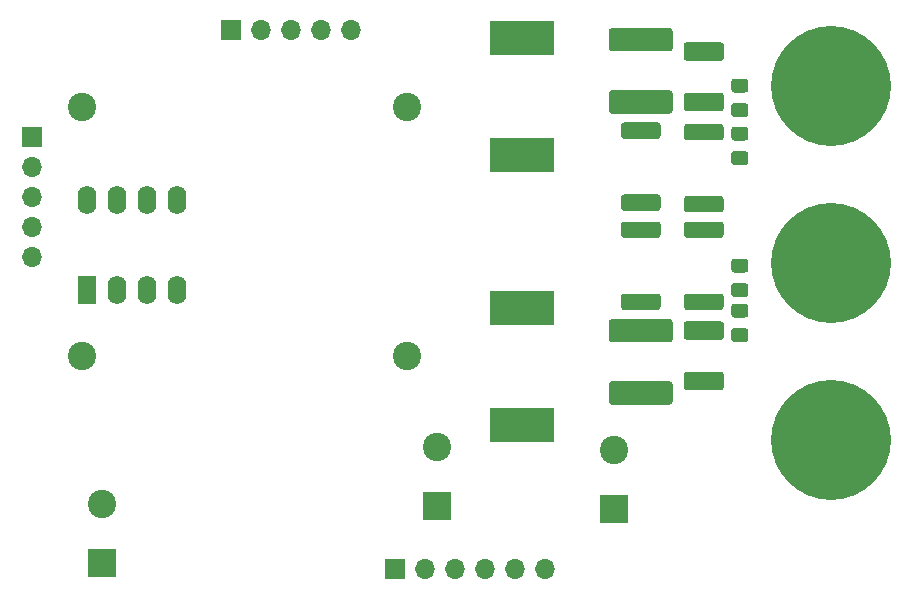
<source format=gbr>
%TF.GenerationSoftware,KiCad,Pcbnew,(5.1.9)-1*%
%TF.CreationDate,2021-11-06T22:46:36-05:00*%
%TF.ProjectId,Discrete_Channel,44697363-7265-4746-955f-4368616e6e65,rev?*%
%TF.SameCoordinates,Original*%
%TF.FileFunction,Soldermask,Bot*%
%TF.FilePolarity,Negative*%
%FSLAX46Y46*%
G04 Gerber Fmt 4.6, Leading zero omitted, Abs format (unit mm)*
G04 Created by KiCad (PCBNEW (5.1.9)-1) date 2021-11-06 22:46:36*
%MOMM*%
%LPD*%
G01*
G04 APERTURE LIST*
%ADD10R,2.400000X2.400000*%
%ADD11C,2.400000*%
%ADD12R,1.700000X1.700000*%
%ADD13O,1.700000X1.700000*%
%ADD14R,5.400000X2.900000*%
%ADD15R,1.600000X2.400000*%
%ADD16O,1.600000X2.400000*%
%ADD17C,10.160000*%
G04 APERTURE END LIST*
D10*
%TO.C,C1*%
X158496000Y-121666000D03*
D11*
X158496000Y-116666000D03*
%TD*%
%TO.C,C2*%
X173482000Y-116920000D03*
D10*
X173482000Y-121920000D03*
%TD*%
%TO.C,C17*%
X130175000Y-126492000D03*
D11*
X130175000Y-121492000D03*
%TD*%
%TO.C,C32*%
G36*
G01*
X183675000Y-85497000D02*
X184625000Y-85497000D01*
G75*
G02*
X184875000Y-85747000I0J-250000D01*
G01*
X184875000Y-86422000D01*
G75*
G02*
X184625000Y-86672000I-250000J0D01*
G01*
X183675000Y-86672000D01*
G75*
G02*
X183425000Y-86422000I0J250000D01*
G01*
X183425000Y-85747000D01*
G75*
G02*
X183675000Y-85497000I250000J0D01*
G01*
G37*
G36*
G01*
X183675000Y-87572000D02*
X184625000Y-87572000D01*
G75*
G02*
X184875000Y-87822000I0J-250000D01*
G01*
X184875000Y-88497000D01*
G75*
G02*
X184625000Y-88747000I-250000J0D01*
G01*
X183675000Y-88747000D01*
G75*
G02*
X183425000Y-88497000I0J250000D01*
G01*
X183425000Y-87822000D01*
G75*
G02*
X183675000Y-87572000I250000J0D01*
G01*
G37*
%TD*%
%TO.C,C33*%
G36*
G01*
X183675000Y-89561000D02*
X184625000Y-89561000D01*
G75*
G02*
X184875000Y-89811000I0J-250000D01*
G01*
X184875000Y-90486000D01*
G75*
G02*
X184625000Y-90736000I-250000J0D01*
G01*
X183675000Y-90736000D01*
G75*
G02*
X183425000Y-90486000I0J250000D01*
G01*
X183425000Y-89811000D01*
G75*
G02*
X183675000Y-89561000I250000J0D01*
G01*
G37*
G36*
G01*
X183675000Y-91636000D02*
X184625000Y-91636000D01*
G75*
G02*
X184875000Y-91886000I0J-250000D01*
G01*
X184875000Y-92561000D01*
G75*
G02*
X184625000Y-92811000I-250000J0D01*
G01*
X183675000Y-92811000D01*
G75*
G02*
X183425000Y-92561000I0J250000D01*
G01*
X183425000Y-91886000D01*
G75*
G02*
X183675000Y-91636000I250000J0D01*
G01*
G37*
%TD*%
%TO.C,C34*%
G36*
G01*
X183675000Y-102812000D02*
X184625000Y-102812000D01*
G75*
G02*
X184875000Y-103062000I0J-250000D01*
G01*
X184875000Y-103737000D01*
G75*
G02*
X184625000Y-103987000I-250000J0D01*
G01*
X183675000Y-103987000D01*
G75*
G02*
X183425000Y-103737000I0J250000D01*
G01*
X183425000Y-103062000D01*
G75*
G02*
X183675000Y-102812000I250000J0D01*
G01*
G37*
G36*
G01*
X183675000Y-100737000D02*
X184625000Y-100737000D01*
G75*
G02*
X184875000Y-100987000I0J-250000D01*
G01*
X184875000Y-101662000D01*
G75*
G02*
X184625000Y-101912000I-250000J0D01*
G01*
X183675000Y-101912000D01*
G75*
G02*
X183425000Y-101662000I0J250000D01*
G01*
X183425000Y-100987000D01*
G75*
G02*
X183675000Y-100737000I250000J0D01*
G01*
G37*
%TD*%
%TO.C,C35*%
G36*
G01*
X183675000Y-104547000D02*
X184625000Y-104547000D01*
G75*
G02*
X184875000Y-104797000I0J-250000D01*
G01*
X184875000Y-105472000D01*
G75*
G02*
X184625000Y-105722000I-250000J0D01*
G01*
X183675000Y-105722000D01*
G75*
G02*
X183425000Y-105472000I0J250000D01*
G01*
X183425000Y-104797000D01*
G75*
G02*
X183675000Y-104547000I250000J0D01*
G01*
G37*
G36*
G01*
X183675000Y-106622000D02*
X184625000Y-106622000D01*
G75*
G02*
X184875000Y-106872000I0J-250000D01*
G01*
X184875000Y-107547000D01*
G75*
G02*
X184625000Y-107797000I-250000J0D01*
G01*
X183675000Y-107797000D01*
G75*
G02*
X183425000Y-107547000I0J250000D01*
G01*
X183425000Y-106872000D01*
G75*
G02*
X183675000Y-106622000I250000J0D01*
G01*
G37*
%TD*%
%TO.C,C38*%
G36*
G01*
X179651999Y-82419000D02*
X182552001Y-82419000D01*
G75*
G02*
X182802000Y-82668999I0J-249999D01*
G01*
X182802000Y-83744001D01*
G75*
G02*
X182552001Y-83994000I-249999J0D01*
G01*
X179651999Y-83994000D01*
G75*
G02*
X179402000Y-83744001I0J249999D01*
G01*
X179402000Y-82668999D01*
G75*
G02*
X179651999Y-82419000I249999J0D01*
G01*
G37*
G36*
G01*
X179651999Y-86694000D02*
X182552001Y-86694000D01*
G75*
G02*
X182802000Y-86943999I0J-249999D01*
G01*
X182802000Y-88019001D01*
G75*
G02*
X182552001Y-88269000I-249999J0D01*
G01*
X179651999Y-88269000D01*
G75*
G02*
X179402000Y-88019001I0J249999D01*
G01*
X179402000Y-86943999D01*
G75*
G02*
X179651999Y-86694000I249999J0D01*
G01*
G37*
%TD*%
%TO.C,C39*%
G36*
G01*
X179651999Y-110316000D02*
X182552001Y-110316000D01*
G75*
G02*
X182802000Y-110565999I0J-249999D01*
G01*
X182802000Y-111641001D01*
G75*
G02*
X182552001Y-111891000I-249999J0D01*
G01*
X179651999Y-111891000D01*
G75*
G02*
X179402000Y-111641001I0J249999D01*
G01*
X179402000Y-110565999D01*
G75*
G02*
X179651999Y-110316000I249999J0D01*
G01*
G37*
G36*
G01*
X179651999Y-106041000D02*
X182552001Y-106041000D01*
G75*
G02*
X182802000Y-106290999I0J-249999D01*
G01*
X182802000Y-107366001D01*
G75*
G02*
X182552001Y-107616000I-249999J0D01*
G01*
X179651999Y-107616000D01*
G75*
G02*
X179402000Y-107366001I0J249999D01*
G01*
X179402000Y-106290999D01*
G75*
G02*
X179651999Y-106041000I249999J0D01*
G01*
G37*
%TD*%
D12*
%TO.C,J1*%
X141097000Y-81407000D03*
D13*
X143637000Y-81407000D03*
X146177000Y-81407000D03*
X148717000Y-81407000D03*
X151257000Y-81407000D03*
%TD*%
%TO.C,J3*%
X124206000Y-100584000D03*
X124206000Y-98044000D03*
X124206000Y-95504000D03*
X124206000Y-92964000D03*
D12*
X124206000Y-90424000D03*
%TD*%
D14*
%TO.C,L3*%
X165735000Y-82045000D03*
X165735000Y-91945000D03*
%TD*%
%TO.C,L5*%
X165735000Y-114805000D03*
X165735000Y-104905000D03*
%TD*%
D12*
%TO.C,J2*%
X154940000Y-127000000D03*
D13*
X157480000Y-127000000D03*
X160020000Y-127000000D03*
X162560000Y-127000000D03*
X165100000Y-127000000D03*
X167640000Y-127000000D03*
%TD*%
D11*
%TO.C,C20*%
X155956000Y-108966000D03*
X128456000Y-108966000D03*
%TD*%
%TO.C,C21*%
X128456000Y-87884000D03*
X155956000Y-87884000D03*
%TD*%
%TO.C,C36*%
G36*
G01*
X173317998Y-81211000D02*
X178218002Y-81211000D01*
G75*
G02*
X178468000Y-81460998I0J-249998D01*
G01*
X178468000Y-82936002D01*
G75*
G02*
X178218002Y-83186000I-249998J0D01*
G01*
X173317998Y-83186000D01*
G75*
G02*
X173068000Y-82936002I0J249998D01*
G01*
X173068000Y-81460998D01*
G75*
G02*
X173317998Y-81211000I249998J0D01*
G01*
G37*
G36*
G01*
X173317998Y-86486000D02*
X178218002Y-86486000D01*
G75*
G02*
X178468000Y-86735998I0J-249998D01*
G01*
X178468000Y-88211002D01*
G75*
G02*
X178218002Y-88461000I-249998J0D01*
G01*
X173317998Y-88461000D01*
G75*
G02*
X173068000Y-88211002I0J249998D01*
G01*
X173068000Y-86735998D01*
G75*
G02*
X173317998Y-86486000I249998J0D01*
G01*
G37*
%TD*%
%TO.C,C37*%
G36*
G01*
X173317998Y-111124000D02*
X178218002Y-111124000D01*
G75*
G02*
X178468000Y-111373998I0J-249998D01*
G01*
X178468000Y-112849002D01*
G75*
G02*
X178218002Y-113099000I-249998J0D01*
G01*
X173317998Y-113099000D01*
G75*
G02*
X173068000Y-112849002I0J249998D01*
G01*
X173068000Y-111373998D01*
G75*
G02*
X173317998Y-111124000I249998J0D01*
G01*
G37*
G36*
G01*
X173317998Y-105849000D02*
X178218002Y-105849000D01*
G75*
G02*
X178468000Y-106098998I0J-249998D01*
G01*
X178468000Y-107574002D01*
G75*
G02*
X178218002Y-107824000I-249998J0D01*
G01*
X173317998Y-107824000D01*
G75*
G02*
X173068000Y-107574002I0J249998D01*
G01*
X173068000Y-106098998D01*
G75*
G02*
X173317998Y-105849000I249998J0D01*
G01*
G37*
%TD*%
%TO.C,R13*%
G36*
G01*
X174342999Y-95298000D02*
X177193001Y-95298000D01*
G75*
G02*
X177443000Y-95547999I0J-249999D01*
G01*
X177443000Y-96448001D01*
G75*
G02*
X177193001Y-96698000I-249999J0D01*
G01*
X174342999Y-96698000D01*
G75*
G02*
X174093000Y-96448001I0J249999D01*
G01*
X174093000Y-95547999D01*
G75*
G02*
X174342999Y-95298000I249999J0D01*
G01*
G37*
G36*
G01*
X174342999Y-89198000D02*
X177193001Y-89198000D01*
G75*
G02*
X177443000Y-89447999I0J-249999D01*
G01*
X177443000Y-90348001D01*
G75*
G02*
X177193001Y-90598000I-249999J0D01*
G01*
X174342999Y-90598000D01*
G75*
G02*
X174093000Y-90348001I0J249999D01*
G01*
X174093000Y-89447999D01*
G75*
G02*
X174342999Y-89198000I249999J0D01*
G01*
G37*
%TD*%
%TO.C,R14*%
G36*
G01*
X174342999Y-97596000D02*
X177193001Y-97596000D01*
G75*
G02*
X177443000Y-97845999I0J-249999D01*
G01*
X177443000Y-98746001D01*
G75*
G02*
X177193001Y-98996000I-249999J0D01*
G01*
X174342999Y-98996000D01*
G75*
G02*
X174093000Y-98746001I0J249999D01*
G01*
X174093000Y-97845999D01*
G75*
G02*
X174342999Y-97596000I249999J0D01*
G01*
G37*
G36*
G01*
X174342999Y-103696000D02*
X177193001Y-103696000D01*
G75*
G02*
X177443000Y-103945999I0J-249999D01*
G01*
X177443000Y-104846001D01*
G75*
G02*
X177193001Y-105096000I-249999J0D01*
G01*
X174342999Y-105096000D01*
G75*
G02*
X174093000Y-104846001I0J249999D01*
G01*
X174093000Y-103945999D01*
G75*
G02*
X174342999Y-103696000I249999J0D01*
G01*
G37*
%TD*%
%TO.C,R15*%
G36*
G01*
X182527001Y-96825000D02*
X179676999Y-96825000D01*
G75*
G02*
X179427000Y-96575001I0J249999D01*
G01*
X179427000Y-95674999D01*
G75*
G02*
X179676999Y-95425000I249999J0D01*
G01*
X182527001Y-95425000D01*
G75*
G02*
X182777000Y-95674999I0J-249999D01*
G01*
X182777000Y-96575001D01*
G75*
G02*
X182527001Y-96825000I-249999J0D01*
G01*
G37*
G36*
G01*
X182527001Y-90725000D02*
X179676999Y-90725000D01*
G75*
G02*
X179427000Y-90475001I0J249999D01*
G01*
X179427000Y-89574999D01*
G75*
G02*
X179676999Y-89325000I249999J0D01*
G01*
X182527001Y-89325000D01*
G75*
G02*
X182777000Y-89574999I0J-249999D01*
G01*
X182777000Y-90475001D01*
G75*
G02*
X182527001Y-90725000I-249999J0D01*
G01*
G37*
%TD*%
%TO.C,R16*%
G36*
G01*
X182527001Y-98998000D02*
X179676999Y-98998000D01*
G75*
G02*
X179427000Y-98748001I0J249999D01*
G01*
X179427000Y-97847999D01*
G75*
G02*
X179676999Y-97598000I249999J0D01*
G01*
X182527001Y-97598000D01*
G75*
G02*
X182777000Y-97847999I0J-249999D01*
G01*
X182777000Y-98748001D01*
G75*
G02*
X182527001Y-98998000I-249999J0D01*
G01*
G37*
G36*
G01*
X182527001Y-105098000D02*
X179676999Y-105098000D01*
G75*
G02*
X179427000Y-104848001I0J249999D01*
G01*
X179427000Y-103947999D01*
G75*
G02*
X179676999Y-103698000I249999J0D01*
G01*
X182527001Y-103698000D01*
G75*
G02*
X182777000Y-103947999I0J-249999D01*
G01*
X182777000Y-104848001D01*
G75*
G02*
X182527001Y-105098000I-249999J0D01*
G01*
G37*
%TD*%
D15*
%TO.C,U2*%
X128905000Y-103378000D03*
D16*
X136525000Y-95758000D03*
X131445000Y-103378000D03*
X133985000Y-95758000D03*
X133985000Y-103378000D03*
X131445000Y-95758000D03*
X136525000Y-103378000D03*
X128905000Y-95758000D03*
%TD*%
D17*
%TO.C,J4*%
X191897000Y-86106000D03*
X191897000Y-116076000D03*
X191897000Y-101096000D03*
%TD*%
M02*

</source>
